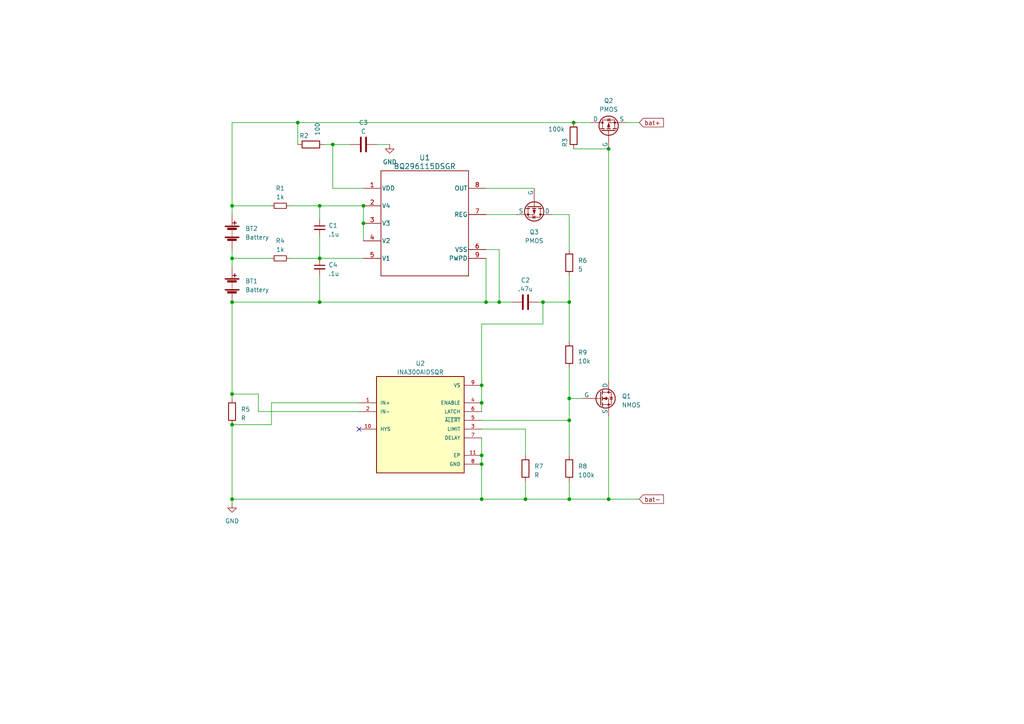
<source format=kicad_sch>
(kicad_sch (version 20230121) (generator eeschema)
  (paper "A4")
  (lib_symbols
    (symbol "BQ296xxx:BQ296115DSGR" (pin_names (offset 0.254))
      (property "Reference" "U" (at 0 2.54 0))
      (property "Value" "BQ296115DSGR" (at 0 0 0))
      (symbol "BQ296115DSGR_0_1"
        (polyline (pts (xy -12.7 -15.24) (xy 12.7 -15.24)) (stroke (width 0.2032)))
        (polyline (pts (xy -12.7 15.24) (xy -12.7 -15.24)) (stroke (width 0.2032)))
        (polyline (pts (xy 12.7 -15.24) (xy 12.7 15.24)) (stroke (width 0.2032)))
        (polyline (pts (xy 12.7 15.24) (xy -12.7 15.24)) (stroke (width 0.2032)))
        (pin power_in line (at -17.78 10.16 0) (length 5.08) (name "VDD") (number "1"))
        (pin input line (at -17.78 5.08 0) (length 5.08) (name "V4") (number "2"))
        (pin input line (at -17.78 0 0) (length 5.08) (name "V3") (number "3"))
        (pin input line (at -17.78 -5.08 0) (length 5.08) (name "V2") (number "4"))
        (pin input line (at -17.78 -10.16 0) (length 5.08) (name "V1") (number "5"))
        (pin power_in line (at 17.78 -7.62 180) (length 5.08) (name "VSS") (number "6"))
        (pin output line (at 17.78 2.54 180) (length 5.08) (name "REG") (number "7"))
        (pin open_collector line (at 17.78 10.16 180) (length 5.08) (name "OUT") (number "8"))
        (pin power_in line (at 17.78 -10.16 180) (length 5.08) (name "PWPD") (number "9"))
      )
    )
    (symbol "Device:Battery" (pin_numbers hide) (pin_names (offset 0) hide)
      (property "Reference" "BT" (at 2.54 2.54 0))
      (property "Value" "Battery" (at 2.54 0 0))
      (symbol "Battery_0_1"
        (rectangle (start -2.032 -1.397) (end 2.032 -1.651) (fill (type outline)))
        (rectangle (start -2.032 1.778) (end 2.032 1.524) (fill (type outline)))
        (rectangle (start -1.3208 -1.9812) (end 1.27 -2.4892) (fill (type outline)))
        (rectangle (start -1.3208 1.1938) (end 1.27 0.6858) (fill (type outline)))
        (polyline (pts (xy 0 -1.524) (xy 0 -1.27)))
        (polyline (pts (xy 0 -1.016) (xy 0 -0.762)))
        (polyline (pts (xy 0 -0.508) (xy 0 -0.254)))
        (polyline (pts (xy 0 0) (xy 0 0.254)))
        (polyline (pts (xy 0 0.508) (xy 0 0.762)))
        (polyline (pts (xy 0 1.778) (xy 0 2.54)))
        (polyline (pts (xy 0.254 2.667) (xy 1.27 2.667)) (stroke (width 0.254)))
        (polyline (pts (xy 0.762 3.175) (xy 0.762 2.159)) (stroke (width 0.254)))
      )
      (symbol "Battery_1_1"
        (pin passive line (at 0 5.08 270) (length 2.54) (name "+") (number "1"))
        (pin passive line (at 0 -5.08 90) (length 2.54) (name "-") (number "2"))
      )
    )
    (symbol "Device:C" (pin_numbers hide) (pin_names (offset 0.254))
      (property "Reference" "C" (at 0.635 2.54 0))
      (property "Value" "C" (at 0.635 -2.54 0))
      (symbol "C_0_1"
        (polyline (pts (xy -2.032 -0.762) (xy 2.032 -0.762)) (stroke (width 0.508)))
        (polyline (pts (xy -2.032 0.762) (xy 2.032 0.762)) (stroke (width 0.508)))
      )
      (symbol "C_1_1"
        (pin passive line (at 0 3.81 270) (length 2.794) (name "~") (number "1"))
        (pin passive line (at 0 -3.81 90) (length 2.794) (name "~") (number "2"))
      )
    )
    (symbol "Device:C_Small" (pin_numbers hide) (pin_names (offset 0.254) hide)
      (property "Reference" "C" (at 0.254 1.778 0))
      (property "Value" "C_Small" (at 0.254 -2.032 0))
      (symbol "C_Small_0_1"
        (polyline (pts (xy -1.524 -0.508) (xy 1.524 -0.508)) (stroke (width 0.3302)))
        (polyline (pts (xy -1.524 0.508) (xy 1.524 0.508)) (stroke (width 0.3048)))
      )
      (symbol "C_Small_1_1"
        (pin passive line (at 0 2.54 270) (length 2.032) (name "~") (number "1"))
        (pin passive line (at 0 -2.54 90) (length 2.032) (name "~") (number "2"))
      )
    )
    (symbol "Device:R" (pin_numbers hide) (pin_names (offset 0))
      (property "Reference" "R" (at 2.032 0 90))
      (property "Value" "R" (at 0 0 90))
      (symbol "R_0_1"
        (rectangle (start -1.016 -2.54) (end 1.016 2.54) (stroke (width 0.254)))
      )
      (symbol "R_1_1"
        (pin passive line (at 0 3.81 270) (length 1.27) (name "~") (number "1"))
        (pin passive line (at 0 -3.81 90) (length 1.27) (name "~") (number "2"))
      )
    )
    (symbol "Device:R_Small" (pin_numbers hide) (pin_names (offset 0.254) hide)
      (property "Reference" "R" (at 0.762 0.508 0))
      (property "Value" "R_Small" (at 0.762 -1.016 0))
      (symbol "R_Small_0_1"
        (rectangle (start -0.762 1.778) (end 0.762 -1.778) (stroke (width 0.2032)))
      )
      (symbol "R_Small_1_1"
        (pin passive line (at 0 2.54 270) (length 0.762) (name "~") (number "1"))
        (pin passive line (at 0 -2.54 90) (length 0.762) (name "~") (number "2"))
      )
    )
    (symbol "INA300AIDSQR:INA300AIDSQR" (pin_names (offset 1.016))
      (property "Reference" "U" (at -12.7 13.208 0))
      (property "Value" "INA300AIDSQR" (at -12.7 -17.78 0))
      (symbol "INA300AIDSQR_0_0"
        (rectangle (start -12.7 -15.24) (end 12.7 12.7) (stroke (width 0.254)) (fill (type background)))
        (pin input line (at -17.78 5.08 0) (length 5.08) (name "IN+") (number "1"))
        (pin input line (at -17.78 -2.54 0) (length 5.08) (name "HYS") (number "10"))
        (pin passive line (at 17.78 -10.16 180) (length 5.08) (name "EP") (number "11"))
        (pin input line (at -17.78 2.54 0) (length 5.08) (name "IN-") (number "2"))
        (pin input line (at 17.78 -2.54 180) (length 5.08) (name "LIMIT") (number "3"))
        (pin input line (at 17.78 5.08 180) (length 5.08) (name "ENABLE") (number "4"))
        (pin output line (at 17.78 0 180) (length 5.08) (name "~{ALERT}") (number "5"))
        (pin input line (at 17.78 2.54 180) (length 5.08) (name "LATCH") (number "6"))
        (pin input line (at 17.78 -5.08 180) (length 5.08) (name "DELAY") (number "7"))
        (pin power_in line (at 17.78 -12.7 180) (length 5.08) (name "GND") (number "8"))
        (pin power_in line (at 17.78 10.16 180) (length 5.08) (name "VS") (number "9"))
      )
    )
    (symbol "Simulation_SPICE:NMOS" (pin_numbers hide) (pin_names (offset 0))
      (property "Reference" "Q" (at 5.08 1.27 0))
      (property "Value" "NMOS" (at 5.08 -1.27 0))
      (symbol "NMOS_0_1"
        (polyline (pts (xy 0.254 0) (xy -2.54 0)))
        (polyline (pts (xy 0.254 1.905) (xy 0.254 -1.905)) (stroke (width 0.254)))
        (polyline (pts (xy 0.762 -1.27) (xy 0.762 -2.286)) (stroke (width 0.254)))
        (polyline (pts (xy 0.762 0.508) (xy 0.762 -0.508)) (stroke (width 0.254)))
        (polyline (pts (xy 0.762 2.286) (xy 0.762 1.27)) (stroke (width 0.254)))
        (polyline (pts (xy 2.54 2.54) (xy 2.54 1.778)))
        (polyline (pts (xy 2.54 -2.54) (xy 2.54 0) (xy 0.762 0)))
        (polyline (pts (xy 0.762 -1.778) (xy 3.302 -1.778) (xy 3.302 1.778) (xy 0.762 1.778)))
        (polyline (pts (xy 1.016 0) (xy 2.032 0.381) (xy 2.032 -0.381) (xy 1.016 0)) (fill (type outline)))
        (polyline (pts (xy 2.794 0.508) (xy 2.921 0.381) (xy 3.683 0.381) (xy 3.81 0.254)))
        (polyline (pts (xy 3.302 0.381) (xy 2.921 -0.254) (xy 3.683 -0.254) (xy 3.302 0.381)))
        (circle (center 1.651 0) (radius 2.794) (stroke (width 0.254)))
        (circle (center 2.54 -1.778) (radius 0.254) (fill (type outline)))
        (circle (center 2.54 1.778) (radius 0.254) (fill (type outline)))
      )
      (symbol "NMOS_1_1"
        (pin passive line (at 2.54 5.08 270) (length 2.54) (name "D") (number "1"))
        (pin input line (at -5.08 0 0) (length 2.54) (name "G") (number "2"))
        (pin passive line (at 2.54 -5.08 90) (length 2.54) (name "S") (number "3"))
      )
    )
    (symbol "Simulation_SPICE:PMOS" (pin_numbers hide) (pin_names (offset 0))
      (property "Reference" "Q" (at 5.08 1.27 0))
      (property "Value" "PMOS" (at 5.08 -1.27 0))
      (symbol "PMOS_0_1"
        (polyline (pts (xy 0.254 0) (xy -2.54 0)))
        (polyline (pts (xy 0.254 1.905) (xy 0.254 -1.905)) (stroke (width 0.254)))
        (polyline (pts (xy 0.762 -1.27) (xy 0.762 -2.286)) (stroke (width 0.254)))
        (polyline (pts (xy 0.762 0.508) (xy 0.762 -0.508)) (stroke (width 0.254)))
        (polyline (pts (xy 0.762 2.286) (xy 0.762 1.27)) (stroke (width 0.254)))
        (polyline (pts (xy 2.54 2.54) (xy 2.54 1.778)))
        (polyline (pts (xy 2.54 -2.54) (xy 2.54 0) (xy 0.762 0)))
        (polyline (pts (xy 0.762 1.778) (xy 3.302 1.778) (xy 3.302 -1.778) (xy 0.762 -1.778)))
        (polyline (pts (xy 2.286 0) (xy 1.27 0.381) (xy 1.27 -0.381) (xy 2.286 0)) (fill (type outline)))
        (polyline (pts (xy 2.794 -0.508) (xy 2.921 -0.381) (xy 3.683 -0.381) (xy 3.81 -0.254)))
        (polyline (pts (xy 3.302 -0.381) (xy 2.921 0.254) (xy 3.683 0.254) (xy 3.302 -0.381)))
        (circle (center 1.651 0) (radius 2.794) (stroke (width 0.254)))
        (circle (center 2.54 -1.778) (radius 0.254) (fill (type outline)))
        (circle (center 2.54 1.778) (radius 0.254) (fill (type outline)))
      )
      (symbol "PMOS_1_1"
        (pin passive line (at 2.54 5.08 270) (length 2.54) (name "D") (number "1"))
        (pin input line (at -5.08 0 0) (length 2.54) (name "G") (number "2"))
        (pin passive line (at 2.54 -5.08 90) (length 2.54) (name "S") (number "3"))
      )
    )
    (symbol "power:GND" (power) (pin_names (offset 0))
      (property "Value" "GND" (at 0 -3.81 0))
      (symbol "GND_0_1"
        (polyline (pts (xy 0 0) (xy 0 -1.27) (xy 1.27 -1.27) (xy 0 -2.54) (xy -1.27 -1.27) (xy 0 -1.27)))
      )
      (symbol "GND_1_1"
        (pin power_in line (at 0 0 270) (length 0) hide (name "GND") (number "1"))
      )
    )
  )
  (junction (at 165.1 121.92))
  (junction (at 86.36 35.56))
  (junction (at 152.4 144.78))
  (junction (at 67.31 144.78))
  (junction (at 140.97 87.63))
  (junction (at 67.31 87.63))
  (junction (at 105.41 64.77))
  (junction (at 176.53 144.78))
  (junction (at 92.71 87.63))
  (junction (at 157.48 87.63))
  (junction (at 67.31 74.93))
  (junction (at 139.7 144.78))
  (junction (at 139.7 132.08))
  (junction (at 67.31 59.69))
  (junction (at 139.7 134.62))
  (junction (at 176.53 43.18))
  (junction (at 67.31 123.19))
  (junction (at 165.1 87.63))
  (junction (at 67.31 114.3))
  (junction (at 92.71 59.69))
  (junction (at 166.37 35.56))
  (junction (at 105.41 59.69))
  (junction (at 139.7 116.84))
  (junction (at 165.1 115.57))
  (junction (at 92.71 74.93))
  (junction (at 144.78 87.63))
  (junction (at 165.1 144.78))
  (junction (at 139.7 111.76))
  (junction (at 96.52 41.91))
  (no_connect (at 104.14 124.46))
  (wire (pts (xy 109.22 41.91) (xy 113.03 41.91)))
  (wire (pts (xy 152.4 124.46) (xy 152.4 132.08)))
  (wire (pts (xy 165.1 62.23) (xy 160.02 62.23)))
  (wire (pts (xy 165.1 106.68) (xy 165.1 115.57)))
  (wire (pts (xy 157.48 87.63) (xy 156.21 87.63)))
  (wire (pts (xy 104.14 116.84) (xy 78.74 116.84)))
  (wire (pts (xy 165.1 87.63) (xy 165.1 99.06)))
  (wire (pts (xy 176.53 120.65) (xy 176.53 144.78)))
  (wire (pts (xy 166.37 43.18) (xy 176.53 43.18)))
  (wire (pts (xy 165.1 144.78) (xy 152.4 144.78)))
  (wire (pts (xy 67.31 62.23) (xy 67.31 59.69)))
  (wire (pts (xy 181.61 35.56) (xy 185.42 35.56)))
  (wire (pts (xy 67.31 123.19) (xy 67.31 144.78)))
  (wire (pts (xy 165.1 87.63) (xy 157.48 87.63)))
  (wire (pts (xy 104.14 119.38) (xy 74.93 119.38)))
  (wire (pts (xy 67.31 114.3) (xy 67.31 115.57)))
  (wire (pts (xy 96.52 54.61) (xy 96.52 41.91)))
  (wire (pts (xy 96.52 41.91) (xy 93.98 41.91)))
  (wire (pts (xy 92.71 63.5) (xy 92.71 59.69)))
  (wire (pts (xy 105.41 59.69) (xy 105.41 64.77)))
  (wire (pts (xy 67.31 144.78) (xy 67.31 146.05)))
  (wire (pts (xy 165.1 80.01) (xy 165.1 87.63)))
  (wire (pts (xy 144.78 87.63) (xy 148.59 87.63)))
  (wire (pts (xy 67.31 72.39) (xy 67.31 74.93)))
  (wire (pts (xy 139.7 132.08) (xy 139.7 134.62)))
  (wire (pts (xy 67.31 74.93) (xy 78.74 74.93)))
  (wire (pts (xy 78.74 116.84) (xy 78.74 123.19)))
  (wire (pts (xy 165.1 139.7) (xy 165.1 144.78)))
  (wire (pts (xy 139.7 134.62) (xy 139.7 144.78)))
  (wire (pts (xy 140.97 87.63) (xy 140.97 74.93)))
  (wire (pts (xy 144.78 72.39) (xy 144.78 87.63)))
  (wire (pts (xy 67.31 87.63) (xy 92.71 87.63)))
  (wire (pts (xy 152.4 144.78) (xy 152.4 139.7)))
  (wire (pts (xy 105.41 54.61) (xy 96.52 54.61)))
  (wire (pts (xy 139.7 124.46) (xy 152.4 124.46)))
  (wire (pts (xy 140.97 54.61) (xy 154.94 54.61)))
  (wire (pts (xy 67.31 87.63) (xy 67.31 114.3)))
  (wire (pts (xy 176.53 144.78) (xy 165.1 144.78)))
  (wire (pts (xy 176.53 43.18) (xy 176.53 110.49)))
  (wire (pts (xy 92.71 74.93) (xy 105.41 74.93)))
  (wire (pts (xy 144.78 87.63) (xy 140.97 87.63)))
  (wire (pts (xy 67.31 35.56) (xy 67.31 59.69)))
  (wire (pts (xy 83.82 59.69) (xy 92.71 59.69)))
  (wire (pts (xy 157.48 93.98) (xy 139.7 93.98)))
  (wire (pts (xy 67.31 77.47) (xy 67.31 74.93)))
  (wire (pts (xy 74.93 119.38) (xy 74.93 114.3)))
  (wire (pts (xy 139.7 144.78) (xy 152.4 144.78)))
  (wire (pts (xy 140.97 72.39) (xy 144.78 72.39)))
  (wire (pts (xy 86.36 35.56) (xy 86.36 41.91)))
  (wire (pts (xy 171.45 35.56) (xy 166.37 35.56)))
  (wire (pts (xy 83.82 74.93) (xy 92.71 74.93)))
  (wire (pts (xy 92.71 87.63) (xy 92.71 80.01)))
  (wire (pts (xy 92.71 59.69) (xy 105.41 59.69)))
  (wire (pts (xy 165.1 121.92) (xy 165.1 132.08)))
  (wire (pts (xy 139.7 93.98) (xy 139.7 111.76)))
  (wire (pts (xy 92.71 68.58) (xy 92.71 74.93)))
  (wire (pts (xy 96.52 41.91) (xy 101.6 41.91)))
  (wire (pts (xy 165.1 115.57) (xy 165.1 121.92)))
  (wire (pts (xy 92.71 87.63) (xy 140.97 87.63)))
  (wire (pts (xy 165.1 115.57) (xy 168.91 115.57)))
  (wire (pts (xy 139.7 121.92) (xy 165.1 121.92)))
  (wire (pts (xy 67.31 59.69) (xy 78.74 59.69)))
  (wire (pts (xy 105.41 64.77) (xy 105.41 69.85)))
  (wire (pts (xy 140.97 62.23) (xy 149.86 62.23)))
  (wire (pts (xy 78.74 123.19) (xy 67.31 123.19)))
  (wire (pts (xy 139.7 116.84) (xy 139.7 119.38)))
  (wire (pts (xy 165.1 72.39) (xy 165.1 62.23)))
  (wire (pts (xy 139.7 111.76) (xy 139.7 116.84)))
  (wire (pts (xy 86.36 35.56) (xy 67.31 35.56)))
  (wire (pts (xy 157.48 87.63) (xy 157.48 93.98)))
  (wire (pts (xy 139.7 127) (xy 139.7 132.08)))
  (wire (pts (xy 74.93 114.3) (xy 67.31 114.3)))
  (wire (pts (xy 176.53 144.78) (xy 185.42 144.78)))
  (wire (pts (xy 166.37 35.56) (xy 86.36 35.56)))
  (wire (pts (xy 67.31 144.78) (xy 139.7 144.78)))
  (global_label "bat-" (shape input) (at 185.42 144.78 0) (property "Intersheetrefs" "${INTERSHEET_REFS}" (effects hide)))
  (global_label "bat+" (shape input) (at 185.42 35.56 0) (property "Intersheetrefs" "${INTERSHEET_REFS}" (effects hide)))
  (symbol (lib_id "Device:Battery") (at 67.31 82.55 0) (unit 1)
    (property "Reference" "BT1" (at 71.12 81.534 0) (effects (justify left)))
    (property "Value" "Battery" (at 71.12 84.074 0) (effects (justify left)))
  )
  (symbol (lib_id "Device:R") (at 165.1 135.89 0) (unit 1)
    (property "Reference" "R8" (at 167.64 135.255 0) (effects (justify left)))
    (property "Value" "100k" (at 167.64 137.795 0) (effects (justify left)))
  )
  (symbol (lib_id "Device:C") (at 152.4 87.63 90) (unit 1)
    (property "Reference" "C2" (at 152.4 81.28 90))
    (property "Value" ".47u" (at 152.4 83.82 90))
  )
  (symbol (lib_id "Device:R") (at 165.1 76.2 0) (unit 1)
    (property "Reference" "R6" (at 167.64 75.565 0) (effects (justify left)))
    (property "Value" "5" (at 167.64 78.105 0) (effects (justify left)))
  )
  (symbol (lib_id "Simulation_SPICE:NMOS") (at 173.99 115.57 0) (unit 1)
    (property "Reference" "Q1" (at 180.34 114.935 0) (effects (justify left)))
    (property "Value" "NMOS" (at 180.34 117.475 0) (effects (justify left)))
    (property "Datasheet" "https://ngspice.sourceforge.io/docs/ngspice-manual.pdf" (effects hide))
    (property "Sim.Device" "NMOS" (effects hide))
    (property "Sim.Type" "VDMOS" (effects hide))
    (property "Sim.Pins" "1=D 2=G 3=S" (effects hide))
  )
  (symbol (lib_id "Device:R_Small") (at 81.28 59.69 90) (unit 1)
    (property "Reference" "R1" (at 81.28 54.61 90))
    (property "Value" "1k" (at 81.28 57.15 90))
  )
  (symbol (lib_id "Device:Battery") (at 67.31 67.31 0) (unit 1)
    (property "Reference" "BT2" (at 71.12 66.294 0) (effects (justify left)))
    (property "Value" "Battery" (at 71.12 68.834 0) (effects (justify left)))
  )
  (symbol (lib_id "Device:R_Small") (at 81.28 74.93 90) (unit 1)
    (property "Reference" "R4" (at 81.28 69.85 90))
    (property "Value" "1k" (at 81.28 72.39 90))
  )
  (symbol (lib_id "Simulation_SPICE:PMOS") (at 154.94 59.69 270) (unit 1)
    (property "Reference" "Q3" (at 154.94 67.31 90))
    (property "Value" "PMOS" (at 154.94 69.85 90))
    (property "Datasheet" "https://ngspice.sourceforge.io/docs/ngspice-manual.pdf" (effects hide))
    (property "Sim.Device" "PMOS" (effects hide))
    (property "Sim.Type" "VDMOS" (effects hide))
    (property "Sim.Pins" "1=D 2=G 3=S" (effects hide))
  )
  (symbol (lib_id "Device:R") (at 165.1 102.87 0) (unit 1)
    (property "Reference" "R9" (at 167.64 102.235 0) (effects (justify left)))
    (property "Value" "10k" (at 167.64 104.775 0) (effects (justify left)))
  )
  (symbol (lib_id "Device:C_Small") (at 92.71 77.47 0) (unit 1)
    (property "Reference" "C4" (at 95.25 76.8413 0) (effects (justify left)))
    (property "Value" ".1u" (at 95.25 79.3813 0) (effects (justify left)))
  )
  (symbol (lib_id "Device:R") (at 166.37 39.37 180) (unit 1)
    (property "Reference" "R3" (at 163.83 40.005 90) (effects (justify left)))
    (property "Value" "100k" (at 163.83 37.465 0) (effects (justify left)))
  )
  (symbol (lib_id "Simulation_SPICE:PMOS") (at 176.53 38.1 90) (unit 1)
    (property "Reference" "Q2" (at 176.53 29.21 90))
    (property "Value" "PMOS" (at 176.53 31.75 90))
    (property "Datasheet" "https://ngspice.sourceforge.io/docs/ngspice-manual.pdf" (effects hide))
    (property "Sim.Device" "PMOS" (effects hide))
    (property "Sim.Type" "VDMOS" (effects hide))
    (property "Sim.Pins" "1=D 2=G 3=S" (effects hide))
  )
  (symbol (lib_id "BQ296xxx:BQ296115DSGR") (at 123.19 64.77 0) (unit 1)
    (property "Reference" "U1" (at 123.19 45.72 0) (effects (font (size 1.524 1.524))))
    (property "Value" "BQ296115DSGR" (at 123.19 48.26 0) (effects (font (size 1.524 1.524))))
    (property "Footprint" "DSG0008A" (effects hide))
    (property "Datasheet" "BQ296115DSGR" (effects hide))
  )
  (symbol (lib_id "INA300AIDSQR:INA300AIDSQR") (at 121.92 121.92 0) (unit 1)
    (property "Reference" "U2" (at 121.92 105.41 0))
    (property "Value" "INA300AIDSQR" (at 121.92 107.95 0))
    (property "Footprint" "SON40P200X200X80-11N" (effects hide))
    (property "MAXIMUM_PACKAGE_HEIGHT" "0.8 mm" (effects hide))
    (property "STANDARD" "Manufacturer Recommendations" (effects hide))
    (property "PARTREV" "C" (effects hide))
    (property "SNAPEDA_PACKAGE_ID" "103069" (effects hide))
    (property "SNAPEDA_PN" "INA300AIDSQR" (effects hide))
    (property "MANUFACTURER" "Texas Instruments" (effects hide))
  )
  (symbol (lib_id "power:GND") (at 113.03 41.91 0) (unit 1)
    (property "Reference" "#PWR01" (effects hide))
    (property "Value" "GND" (at 113.03 46.99 0))
  )
  (symbol (lib_id "Device:C_Small") (at 92.71 66.04 0) (unit 1)
    (property "Reference" "C1" (at 95.25 65.4113 0) (effects (justify left)))
    (property "Value" ".1u" (at 95.25 67.9513 0) (effects (justify left)))
  )
  (symbol (lib_id "Device:C") (at 105.41 41.91 90) (unit 1)
    (property "Reference" "C3" (at 105.41 35.56 90))
    (property "Value" "C" (at 105.41 38.1 90))
  )
  (symbol (lib_id "Device:R") (at 90.17 41.91 90) (unit 1)
    (property "Reference" "R2" (at 89.535 39.37 90) (effects (justify left)))
    (property "Value" "100" (at 92.075 39.37 0) (effects (justify left)))
  )
  (symbol (lib_id "power:GND") (at 67.31 146.05 0) (unit 1)
    (property "Reference" "#PWR02" (effects hide))
    (property "Value" "GND" (at 67.31 151.13 0))
  )
  (symbol (lib_id "Device:R") (at 152.4 135.89 0) (unit 1)
    (property "Reference" "R7" (at 154.94 135.255 0) (effects (justify left)))
    (property "Value" "R" (at 154.94 137.795 0) (effects (justify left)))
  )
  (symbol (lib_id "Device:R") (at 67.31 119.38 0) (unit 1)
    (property "Reference" "R5" (at 69.85 118.745 0) (effects (justify left)))
    (property "Value" "R" (at 69.85 121.285 0) (effects (justify left)))
  )
)
</source>
